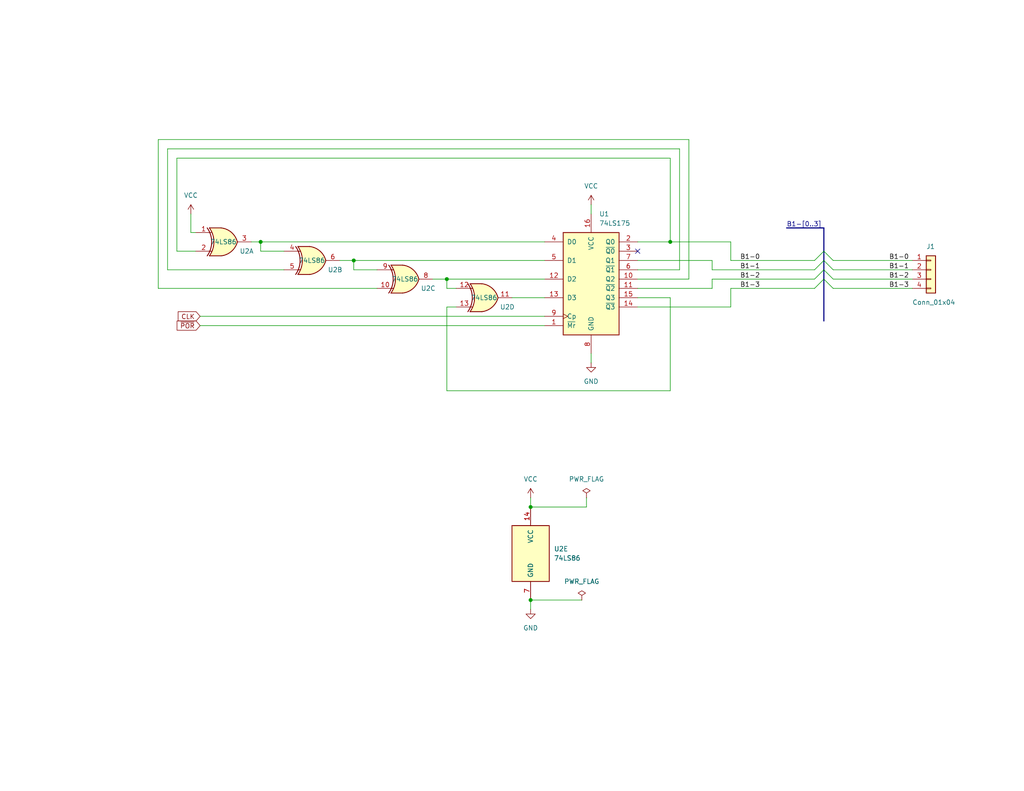
<source format=kicad_sch>
(kicad_sch (version 20231120) (generator "eeschema") (generator_version "8.0")
  (paper "USLetter")
  (title_block (title "Sample Schematic") (company "Wholly Unnecessary Technologies"))
  (lib_symbols
    (symbol "74xx:74LS175" (pin_names (offset 1.016))
      (property "Reference" "U" (at -7.62 13.97 0))
      (property "Value" "74LS175" (at -7.62 -16.51 0))
      (symbol "74LS175_1_0"
        (pin input line (at -12.7 -12.7 0) (length 5.08) (name "~{Mr}") (number "1"))
        (pin output line (at 12.7 0 180) (length 5.08) (name "Q2") (number "10"))
        (pin output line (at 12.7 -2.54 180) (length 5.08) (name "~{Q2}") (number "11"))
        (pin input line (at -12.7 0 0) (length 5.08) (name "D2") (number "12"))
        (pin input line (at -12.7 -5.08 0) (length 5.08) (name "D3") (number "13"))
        (pin output line (at 12.7 -7.62 180) (length 5.08) (name "~{Q3}") (number "14"))
        (pin output line (at 12.7 -5.08 180) (length 5.08) (name "Q3") (number "15"))
        (pin power_in line (at 0 17.78 270) (length 5.08) (name "VCC") (number "16"))
        (pin output line (at 12.7 10.16 180) (length 5.08) (name "Q0") (number "2"))
        (pin output line (at 12.7 7.62 180) (length 5.08) (name "~{Q0}") (number "3"))
        (pin input line (at -12.7 10.16 0) (length 5.08) (name "D0") (number "4"))
        (pin input line (at -12.7 5.08 0) (length 5.08) (name "D1") (number "5"))
        (pin output line (at 12.7 2.54 180) (length 5.08) (name "~{Q1}") (number "6"))
        (pin output line (at 12.7 5.08 180) (length 5.08) (name "Q1") (number "7"))
        (pin power_in line (at 0 -20.32 90) (length 5.08) (name "GND") (number "8"))
        (pin input clock (at -12.7 -10.16 0) (length 5.08) (name "Cp") (number "9"))
      )
      (symbol "74LS175_1_1"
        (rectangle (start -7.62 12.7) (end 7.62 -15.24) (stroke (width 0.254)) (fill (type background)))
      )
    )
    (symbol "74xx:74LS86" (pin_names (offset 1.016))
      (property "Reference" "U" (at 0 1.27 0))
      (property "Value" "74LS86" (at 0 -1.27 0))
      (symbol "74LS86_1_0"
        (arc (start -4.4196 -3.81) (mid -3.2033 0) (end -4.4196 3.81) (stroke (width 0.254)))
        (arc (start -3.81 -3.81) (mid -2.589 0) (end -3.81 3.81) (stroke (width 0.254)))
        (arc (start -0.6096 -3.81) (mid 2.1842 -2.5851) (end 3.81 0) (stroke (width 0.254)) (fill (type background)))
        (polyline (pts (xy -3.81 -3.81) (xy -0.635 -3.81)) (stroke (width 0.254)) (fill (type background)))
        (polyline (pts (xy -3.81 3.81) (xy -0.635 3.81)) (stroke (width 0.254)) (fill (type background)))
        (polyline (pts (xy -0.635 3.81) (xy -3.81 3.81) (xy -3.81 3.81) (xy -3.556 3.4036) (xy -3.0226 2.2606) (xy -2.6924 1.0414) (xy -2.6162 -0.254) (xy -2.7686 -1.4986) (xy -3.175 -2.7178) (xy -3.81 -3.81) (xy -3.81 -3.81) (xy -0.635 -3.81)) (stroke (width -25.4)) (fill (type background)))
        (arc (start 3.81 0) (mid 2.1915 2.5936) (end -0.6096 3.81) (stroke (width 0.254)) (fill (type background)))
        (pin input line (at -7.62 2.54 0) (length 4.445) (name "~") (number "1"))
        (pin input line (at -7.62 -2.54 0) (length 4.445) (name "~") (number "2"))
        (pin output line (at 7.62 0 180) (length 3.81) (name "~") (number "3"))
      )
      (symbol "74LS86_1_1"
        (polyline (pts (xy -3.81 -2.54) (xy -3.175 -2.54)) (stroke (width 0.1524)))
        (polyline (pts (xy -3.81 2.54) (xy -3.175 2.54)) (stroke (width 0.1524)))
      )
      (symbol "74LS86_2_0"
        (arc (start -4.4196 -3.81) (mid -3.2033 0) (end -4.4196 3.81) (stroke (width 0.254)))
        (arc (start -3.81 -3.81) (mid -2.589 0) (end -3.81 3.81) (stroke (width 0.254)))
        (arc (start -0.6096 -3.81) (mid 2.1842 -2.5851) (end 3.81 0) (stroke (width 0.254)) (fill (type background)))
        (polyline (pts (xy -3.81 -3.81) (xy -0.635 -3.81)) (stroke (width 0.254)) (fill (type background)))
        (polyline (pts (xy -3.81 3.81) (xy -0.635 3.81)) (stroke (width 0.254)) (fill (type background)))
        (polyline (pts (xy -0.635 3.81) (xy -3.81 3.81) (xy -3.81 3.81) (xy -3.556 3.4036) (xy -3.0226 2.2606) (xy -2.6924 1.0414) (xy -2.6162 -0.254) (xy -2.7686 -1.4986) (xy -3.175 -2.7178) (xy -3.81 -3.81) (xy -3.81 -3.81) (xy -0.635 -3.81)) (stroke (width -25.4)) (fill (type background)))
        (arc (start 3.81 0) (mid 2.1915 2.5936) (end -0.6096 3.81) (stroke (width 0.254)) (fill (type background)))
        (pin input line (at -7.62 2.54 0) (length 4.445) (name "~") (number "4"))
        (pin input line (at -7.62 -2.54 0) (length 4.445) (name "~") (number "5"))
        (pin output line (at 7.62 0 180) (length 3.81) (name "~") (number "6"))
      )
      (symbol "74LS86_2_1"
        (polyline (pts (xy -3.81 -2.54) (xy -3.175 -2.54)) (stroke (width 0.1524)))
        (polyline (pts (xy -3.81 2.54) (xy -3.175 2.54)) (stroke (width 0.1524)))
      )
      (symbol "74LS86_3_0"
        (arc (start -4.4196 -3.81) (mid -3.2033 0) (end -4.4196 3.81) (stroke (width 0.254)))
        (arc (start -3.81 -3.81) (mid -2.589 0) (end -3.81 3.81) (stroke (width 0.254)))
        (arc (start -0.6096 -3.81) (mid 2.1842 -2.5851) (end 3.81 0) (stroke (width 0.254)) (fill (type background)))
        (polyline (pts (xy -3.81 -3.81) (xy -0.635 -3.81)) (stroke (width 0.254)) (fill (type background)))
        (polyline (pts (xy -3.81 3.81) (xy -0.635 3.81)) (stroke (width 0.254)) (fill (type background)))
        (polyline (pts (xy -0.635 3.81) (xy -3.81 3.81) (xy -3.81 3.81) (xy -3.556 3.4036) (xy -3.0226 2.2606) (xy -2.6924 1.0414) (xy -2.6162 -0.254) (xy -2.7686 -1.4986) (xy -3.175 -2.7178) (xy -3.81 -3.81) (xy -3.81 -3.81) (xy -0.635 -3.81)) (stroke (width -25.4)) (fill (type background)))
        (arc (start 3.81 0) (mid 2.1915 2.5936) (end -0.6096 3.81) (stroke (width 0.254)) (fill (type background)))
        (pin input line (at -7.62 -2.54 0) (length 4.445) (name "~") (number "10"))
        (pin output line (at 7.62 0 180) (length 3.81) (name "~") (number "8"))
        (pin input line (at -7.62 2.54 0) (length 4.445) (name "~") (number "9"))
      )
      (symbol "74LS86_3_1"
        (polyline (pts (xy -3.81 -2.54) (xy -3.175 -2.54)) (stroke (width 0.1524)))
        (polyline (pts (xy -3.81 2.54) (xy -3.175 2.54)) (stroke (width 0.1524)))
      )
      (symbol "74LS86_4_0"
        (arc (start -4.4196 -3.81) (mid -3.2033 0) (end -4.4196 3.81) (stroke (width 0.254)))
        (arc (start -3.81 -3.81) (mid -2.589 0) (end -3.81 3.81) (stroke (width 0.254)))
        (arc (start -0.6096 -3.81) (mid 2.1842 -2.5851) (end 3.81 0) (stroke (width 0.254)) (fill (type background)))
        (polyline (pts (xy -3.81 -3.81) (xy -0.635 -3.81)) (stroke (width 0.254)) (fill (type background)))
        (polyline (pts (xy -3.81 3.81) (xy -0.635 3.81)) (stroke (width 0.254)) (fill (type background)))
        (polyline (pts (xy -0.635 3.81) (xy -3.81 3.81) (xy -3.81 3.81) (xy -3.556 3.4036) (xy -3.0226 2.2606) (xy -2.6924 1.0414) (xy -2.6162 -0.254) (xy -2.7686 -1.4986) (xy -3.175 -2.7178) (xy -3.81 -3.81) (xy -3.81 -3.81) (xy -0.635 -3.81)) (stroke (width -25.4)) (fill (type background)))
        (arc (start 3.81 0) (mid 2.1915 2.5936) (end -0.6096 3.81) (stroke (width 0.254)) (fill (type background)))
        (pin output line (at 7.62 0 180) (length 3.81) (name "~") (number "11"))
        (pin input line (at -7.62 2.54 0) (length 4.445) (name "~") (number "12"))
        (pin input line (at -7.62 -2.54 0) (length 4.445) (name "~") (number "13"))
      )
      (symbol "74LS86_4_1"
        (polyline (pts (xy -3.81 -2.54) (xy -3.175 -2.54)) (stroke (width 0.1524)))
        (polyline (pts (xy -3.81 2.54) (xy -3.175 2.54)) (stroke (width 0.1524)))
      )
      (symbol "74LS86_5_0"
        (pin power_in line (at 0 12.7 270) (length 5.08) (name "VCC") (number "14"))
        (pin power_in line (at 0 -12.7 90) (length 5.08) (name "GND") (number "7"))
      )
      (symbol "74LS86_5_1"
        (rectangle (start -5.08 7.62) (end 5.08 -7.62) (stroke (width 0.254)) (fill (type background)))
      )
    )
    (symbol "Connector_Generic:Conn_01x04" (pin_names (offset 1.016) hide)
      (property "Reference" "J" (at 0 5.08 0))
      (property "Value" "Conn_01x04" (at 0 -7.62 0))
      (symbol "Conn_01x04_1_1"
        (rectangle (start -1.27 -4.953) (end 0 -5.207) (stroke (width 0.1524)))
        (rectangle (start -1.27 -2.413) (end 0 -2.667) (stroke (width 0.1524)))
        (rectangle (start -1.27 0.127) (end 0 -0.127) (stroke (width 0.1524)))
        (rectangle (start -1.27 2.667) (end 0 2.413) (stroke (width 0.1524)))
        (rectangle (start -1.27 3.81) (end 1.27 -6.35) (stroke (width 0.254)) (fill (type background)))
        (pin passive line (at -5.08 2.54 0) (length 3.81) (name "Pin_1") (number "1"))
        (pin passive line (at -5.08 0 0) (length 3.81) (name "Pin_2") (number "2"))
        (pin passive line (at -5.08 -2.54 0) (length 3.81) (name "Pin_3") (number "3"))
        (pin passive line (at -5.08 -5.08 0) (length 3.81) (name "Pin_4") (number "4"))
      )
    )
    (symbol "power:GND" (power) (pin_numbers hide) (pin_names (offset 0) hide)
      (property "Value" "GND" (at 0 -3.81 0))
      (symbol "GND_0_1"
        (polyline (pts (xy 0 0) (xy 0 -1.27) (xy 1.27 -1.27) (xy 0 -2.54) (xy -1.27 -1.27) (xy 0 -1.27)))
      )
      (symbol "GND_1_1"
        (pin power_in line (at 0 0 270) (length 0) (name "~") (number "1"))
      )
    )
    (symbol "power:PWR_FLAG" (power) (pin_numbers hide) (pin_names (offset 0) hide)
      (property "Value" "PWR_FLAG" (at 0 3.81 0))
      (symbol "PWR_FLAG_0_0"
        (pin power_out line (at 0 0 90) (length 0) (name "~") (number "1"))
      )
      (symbol "PWR_FLAG_0_1"
        (polyline (pts (xy 0 0) (xy 0 1.27) (xy -1.016 1.905) (xy 0 2.54) (xy 1.016 1.905) (xy 0 1.27)))
      )
    )
    (symbol "power:VCC" (power) (pin_numbers hide) (pin_names (offset 0) hide)
      (property "Value" "VCC" (at 0 3.556 0))
      (symbol "VCC_0_1"
        (polyline (pts (xy -0.762 1.27) (xy 0 2.54)))
        (polyline (pts (xy 0 0) (xy 0 2.54)))
        (polyline (pts (xy 0 2.54) (xy 0.762 1.27)))
      )
      (symbol "VCC_1_1"
        (pin power_in line (at 0 0 90) (length 0) (name "~") (number "1"))
      )
    )
  )
  (junction (at 121.92 76.2))
  (junction (at 96.52 71.12))
  (junction (at 182.88 66.04))
  (junction (at 144.78 163.83))
  (junction (at 71.12 66.04))
  (junction (at 144.78 138.43))
  (no_connect (at 173.99 68.58))
  (bus_entry (at 224.79 68.58) (size 2.54 2.54))
  (bus_entry (at 224.79 68.58) (size -2.54 2.54))
  (bus_entry (at 224.79 73.66) (size -2.54 2.54))
  (bus_entry (at 224.79 76.2) (size -2.54 2.54))
  (bus_entry (at 224.79 73.66) (size 2.54 2.54))
  (bus_entry (at 224.79 76.2) (size 2.54 2.54))
  (bus_entry (at 224.79 71.12) (size -2.54 2.54))
  (bus_entry (at 224.79 71.12) (size 2.54 2.54))
  (wire (pts (xy 118.11 76.2) (xy 121.92 76.2)))
  (wire (pts (xy 161.29 96.52) (xy 161.29 99.06)))
  (wire (pts (xy 199.39 83.82) (xy 199.39 78.74)))
  (wire (pts (xy 121.92 76.2) (xy 121.92 78.74)))
  (wire (pts (xy 52.07 58.42) (xy 52.07 63.5)))
  (wire (pts (xy 185.42 40.64) (xy 45.72 40.64)))
  (wire (pts (xy 54.61 86.36) (xy 148.59 86.36)))
  (wire (pts (xy 173.99 73.66) (xy 185.42 73.66)))
  (wire (pts (xy 144.78 135.89) (xy 144.78 138.43)))
  (wire (pts (xy 182.88 43.18) (xy 182.88 66.04)))
  (wire (pts (xy 161.29 55.88) (xy 161.29 58.42)))
  (wire (pts (xy 194.31 76.2) (xy 222.25 76.2)))
  (wire (pts (xy 68.58 66.04) (xy 71.12 66.04)))
  (wire (pts (xy 48.26 68.58) (xy 53.34 68.58)))
  (wire (pts (xy 199.39 66.04) (xy 199.39 71.12)))
  (bus (pts (xy 224.79 68.58) (xy 224.79 71.12)))
  (wire (pts (xy 160.02 135.89) (xy 160.02 138.43)))
  (wire (pts (xy 121.92 106.68) (xy 121.92 83.82)))
  (wire (pts (xy 227.33 73.66) (xy 248.92 73.66)))
  (wire (pts (xy 194.31 78.74) (xy 194.31 76.2)))
  (wire (pts (xy 43.18 38.1) (xy 43.18 78.74)))
  (wire (pts (xy 227.33 78.74) (xy 248.92 78.74)))
  (wire (pts (xy 227.33 71.12) (xy 248.92 71.12)))
  (bus (pts (xy 224.79 76.2) (xy 224.79 87.63)))
  (wire (pts (xy 71.12 66.04) (xy 71.12 68.58)))
  (bus (pts (xy 224.79 73.66) (xy 224.79 76.2)))
  (wire (pts (xy 45.72 40.64) (xy 45.72 73.66)))
  (wire (pts (xy 71.12 66.04) (xy 148.59 66.04)))
  (bus (pts (xy 214.63 62.23) (xy 224.79 62.23)))
  (wire (pts (xy 53.34 63.5) (xy 52.07 63.5)))
  (wire (pts (xy 121.92 76.2) (xy 148.59 76.2)))
  (wire (pts (xy 45.72 73.66) (xy 77.47 73.66)))
  (wire (pts (xy 173.99 83.82) (xy 199.39 83.82)))
  (wire (pts (xy 227.33 76.2) (xy 248.92 76.2)))
  (wire (pts (xy 194.31 73.66) (xy 222.25 73.66)))
  (wire (pts (xy 54.61 88.9) (xy 148.59 88.9)))
  (bus (pts (xy 224.79 71.12) (xy 224.79 73.66)))
  (wire (pts (xy 144.78 138.43) (xy 160.02 138.43)))
  (wire (pts (xy 185.42 73.66) (xy 185.42 40.64)))
  (wire (pts (xy 173.99 81.28) (xy 182.88 81.28)))
  (wire (pts (xy 144.78 163.83) (xy 158.75 163.83)))
  (wire (pts (xy 124.46 78.74) (xy 121.92 78.74)))
  (wire (pts (xy 71.12 68.58) (xy 77.47 68.58)))
  (wire (pts (xy 102.87 73.66) (xy 96.52 73.66)))
  (wire (pts (xy 43.18 78.74) (xy 102.87 78.74)))
  (wire (pts (xy 187.96 38.1) (xy 43.18 38.1)))
  (wire (pts (xy 144.78 166.37) (xy 144.78 163.83)))
  (bus (pts (xy 224.79 62.23) (xy 224.79 68.58)))
  (wire (pts (xy 173.99 66.04) (xy 182.88 66.04)))
  (wire (pts (xy 199.39 78.74) (xy 222.25 78.74)))
  (wire (pts (xy 173.99 71.12) (xy 194.31 71.12)))
  (wire (pts (xy 173.99 78.74) (xy 194.31 78.74)))
  (wire (pts (xy 182.88 81.28) (xy 182.88 106.68)))
  (wire (pts (xy 96.52 71.12) (xy 96.52 73.66)))
  (wire (pts (xy 92.71 71.12) (xy 96.52 71.12)))
  (wire (pts (xy 182.88 106.68) (xy 121.92 106.68)))
  (wire (pts (xy 139.7 81.28) (xy 148.59 81.28)))
  (wire (pts (xy 182.88 66.04) (xy 199.39 66.04)))
  (wire (pts (xy 121.92 83.82) (xy 124.46 83.82)))
  (wire (pts (xy 199.39 71.12) (xy 222.25 71.12)))
  (wire (pts (xy 194.31 71.12) (xy 194.31 73.66)))
  (wire (pts (xy 173.99 76.2) (xy 187.96 76.2)))
  (wire (pts (xy 48.26 43.18) (xy 48.26 68.58)))
  (wire (pts (xy 187.96 76.2) (xy 187.96 38.1)))
  (wire (pts (xy 96.52 71.12) (xy 148.59 71.12)))
  (wire (pts (xy 182.88 43.18) (xy 48.26 43.18)))
  (label "B1-3" (at 201.93 78.74 0))
  (label "B1-0" (at 242.57 71.12 0))
  (label "B1-1" (at 242.57 73.66 0))
  (label "B1-0" (at 201.93 71.12 0))
  (label "B1-[0..3]" (at 214.63 62.23 0))
  (label "B1-2" (at 201.93 76.2 0))
  (label "B1-3" (at 242.57 78.74 0))
  (label "B1-2" (at 242.57 76.2 0))
  (label "B1-1" (at 201.93 73.66 0))
  (global_label "~{POR}" (shape input) (at 54.61 88.9 180) (property "Intersheetrefs" "${INTERSHEET_REFS}" (effects (hide yes))))
  (global_label "CLK" (shape input) (at 54.61 86.36 180) (property "Intersheetrefs" "${INTERSHEET_REFS}" (effects (hide yes))))
  (symbol (lib_id "power:VCC") (at 161.29 55.88 0) (unit 1)
    (property "Reference" "#PWR01" (effects (hide yes)))
    (property "Value" "VCC" (at 161.29 50.8 0))
    (property "Description" "Power symbol creates a global label with name \"VCC\"" (effects (hide yes)))
  )
  (symbol (lib_id "power:VCC") (at 52.07 58.42 0) (unit 1)
    (property "Reference" "#PWR05" (effects (hide yes)))
    (property "Value" "VCC" (at 52.07 53.34 0))
    (property "Description" "Power symbol creates a global label with name \"VCC\"" (effects (hide yes)))
  )
  (symbol (lib_id "power:GND") (at 144.78 166.37 0) (unit 1)
    (property "Reference" "#PWR04" (effects (hide yes)))
    (property "Value" "GND" (at 144.78 171.45 0))
    (property "Description" "Power symbol creates a global label with name \"GND\" , ground" (effects (hide yes)))
  )
  (symbol (lib_id "74xx:74LS86") (at 110.49 76.2 0) (unit 3)
    (property "Reference" "U2" (at 116.84 78.74 0))
    (property "Value" "74LS86" (at 110.49 76.2 0))
    (property "Datasheet" "74xx/74ls86.pdf" (effects (hide yes)))
    (property "Description" "Quad 2-input XOR" (effects (hide yes)))
  )
  (symbol (lib_id "74xx:74LS86") (at 132.08 81.28 0) (unit 4)
    (property "Reference" "U2" (at 138.43 83.82 0))
    (property "Value" "74LS86" (at 132.08 81.28 0))
    (property "Datasheet" "74xx/74ls86.pdf" (effects (hide yes)))
    (property "Description" "Quad 2-input XOR" (effects (hide yes)))
  )
  (symbol (lib_id "74xx:74LS86") (at 60.96 66.04 0) (unit 1)
    (property "Reference" "U2" (at 67.31 68.58 0))
    (property "Value" "74LS86" (at 60.96 66.04 0))
    (property "Datasheet" "74xx/74ls86.pdf" (effects (hide yes)))
    (property "Description" "Quad 2-input XOR" (effects (hide yes)))
  )
  (symbol (lib_id "power:PWR_FLAG") (at 158.75 163.83 0) (unit 1)
    (property "Reference" "#FLG02" (effects (hide yes)))
    (property "Value" "PWR_FLAG" (at 158.75 158.75 0))
    (property "Description" "Special symbol for telling ERC where power comes from" (effects (hide yes)))
  )
  (symbol (lib_id "74xx:74LS86") (at 85.09 71.12 0) (unit 2)
    (property "Reference" "U2" (at 91.44 73.66 0))
    (property "Value" "74LS86" (at 85.09 71.12 0))
    (property "Datasheet" "74xx/74ls86.pdf" (effects (hide yes)))
    (property "Description" "Quad 2-input XOR" (effects (hide yes)))
  )
  (symbol (lib_id "74xx:74LS175") (at 161.29 76.2 0) (unit 1)
    (property "Reference" "U1" (at 163.4841 58.42 0) (effects (justify left)))
    (property "Value" "74LS175" (at 163.4841 60.96 0) (effects (justify left)))
    (property "Datasheet" "http://www.ti.com/lit/gpn/sn74LS175" (effects (hide yes)))
    (property "Description" "4-bit D Flip-Flop, reset" (effects (hide yes)))
  )
  (symbol (lib_id "power:PWR_FLAG") (at 160.02 135.89 0) (unit 1)
    (property "Reference" "#FLG01" (effects (hide yes)))
    (property "Value" "PWR_FLAG" (at 160.02 130.81 0))
    (property "Description" "Special symbol for telling ERC where power comes from" (effects (hide yes)))
  )
  (symbol (lib_id "power:GND") (at 161.29 99.06 0) (unit 1)
    (property "Reference" "#PWR02" (effects (hide yes)))
    (property "Value" "GND" (at 161.29 104.14 0))
    (property "Description" "Power symbol creates a global label with name \"GND\" , ground" (effects (hide yes)))
  )
  (symbol (lib_id "Connector_Generic:Conn_01x04") (at 254 73.66 0) (unit 1)
    (property "Reference" "J1" (at 252.73 67.31 0) (effects (justify left)))
    (property "Value" "Conn_01x04" (at 248.92 82.55 0) (effects (justify left)))
    (property "Description" "Generic connector, single row, 01x04, script generated (kicad-library-utils/schlib/autogen/connector/)" (effects (hide yes)))
  )
  (symbol (lib_id "power:VCC") (at 144.78 135.89 0) (unit 1)
    (property "Reference" "#PWR03" (effects (hide yes)))
    (property "Value" "VCC" (at 144.78 130.81 0))
    (property "Description" "Power symbol creates a global label with name \"VCC\"" (effects (hide yes)))
  )
  (symbol (lib_id "74xx:74LS86") (at 144.78 151.13 0) (unit 5)
    (property "Reference" "U2" (at 151.13 149.8599 0) (effects (justify left)))
    (property "Value" "74LS86" (at 151.13 152.3999 0) (effects (justify left)))
    (property "Datasheet" "74xx/74ls86.pdf" (effects (hide yes)))
    (property "Description" "Quad 2-input XOR" (effects (hide yes)))
  )
)
</source>
